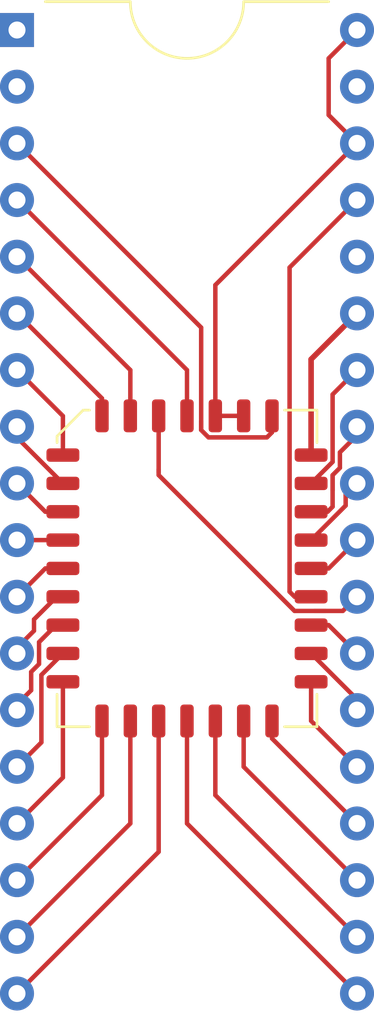
<source format=kicad_pcb>
(kicad_pcb (version 20171130) (host pcbnew 5.1.8)

  (general
    (thickness 1.6)
    (drawings 4)
    (tracks 112)
    (zones 0)
    (modules 2)
    (nets 36)
  )

  (page A4)
  (layers
    (0 F.Cu signal)
    (31 B.Cu signal hide)
    (32 B.Adhes user hide)
    (33 F.Adhes user hide)
    (34 B.Paste user hide)
    (35 F.Paste user hide)
    (36 B.SilkS user hide)
    (37 F.SilkS user)
    (38 B.Mask user hide)
    (39 F.Mask user)
    (40 Dwgs.User user hide)
    (41 Cmts.User user hide)
    (42 Eco1.User user hide)
    (43 Eco2.User user hide)
    (44 Edge.Cuts user hide)
    (45 Margin user)
    (46 B.CrtYd user hide)
    (47 F.CrtYd user hide)
    (48 B.Fab user hide)
    (49 F.Fab user hide)
  )

  (setup
    (last_trace_width 0.2)
    (user_trace_width 0.2)
    (user_trace_width 0.2032)
    (trace_clearance 0.127)
    (zone_clearance 0.508)
    (zone_45_only no)
    (trace_min 0.2)
    (via_size 0.8)
    (via_drill 0.4)
    (via_min_size 0.2)
    (via_min_drill 0.3)
    (uvia_size 0.3)
    (uvia_drill 0.1)
    (uvias_allowed no)
    (uvia_min_size 0.2)
    (uvia_min_drill 0.1)
    (edge_width 0.05)
    (segment_width 0.127)
    (pcb_text_width 0.3)
    (pcb_text_size 1.5 1.5)
    (mod_edge_width 0.12)
    (mod_text_size 1 1)
    (mod_text_width 0.15)
    (pad_size 1.524 1.524)
    (pad_drill 0.762)
    (pad_to_mask_clearance 0)
    (aux_axis_origin 0 0)
    (visible_elements FFF8B287)
    (pcbplotparams
      (layerselection 0x020a0_7fffffff)
      (usegerberextensions false)
      (usegerberattributes true)
      (usegerberadvancedattributes true)
      (creategerberjobfile true)
      (excludeedgelayer true)
      (linewidth 0.100000)
      (plotframeref false)
      (viasonmask false)
      (mode 1)
      (useauxorigin false)
      (hpglpennumber 1)
      (hpglpenspeed 20)
      (hpglpendiameter 15.000000)
      (psnegative false)
      (psa4output false)
      (plotreference true)
      (plotvalue true)
      (plotinvisibletext false)
      (padsonsilk false)
      (subtractmaskfromsilk false)
      (outputformat 1)
      (mirror false)
      (drillshape 0)
      (scaleselection 1)
      (outputdirectory "gerbers/"))
  )

  (net 0 "")
  (net 1 /+5V)
  (net 2 "Net-(U1-Pad35)")
  (net 3 /OE#)
  (net 4 "Net-(U1-Pad32)")
  (net 5 /A14)
  (net 6 /A13)
  (net 7 /A8)
  (net 8 /A11)
  (net 9 /A16)
  (net 10 /A10)
  (net 11 /CE#)
  (net 12 /D7)
  (net 13 /D6)
  (net 14 /D5)
  (net 15 /D4)
  (net 16 /D3)
  (net 17 /Gnd)
  (net 18 /D2)
  (net 19 /A0)
  (net 20 /A1)
  (net 21 /A2)
  (net 22 /A3)
  (net 23 /A4)
  (net 24 /A17)
  (net 25 /A9)
  (net 26 /D1)
  (net 27 /D0)
  (net 28 /A5)
  (net 29 /A6)
  (net 30 /A7)
  (net 31 /A12)
  (net 32 /A15)
  (net 33 /A18)
  (net 34 "Net-(U1-Pad2)")
  (net 35 "Net-(U1-Pad1)")

  (net_class Default "This is the default net class."
    (clearance 0.127)
    (trace_width 0.2)
    (via_dia 0.8)
    (via_drill 0.4)
    (uvia_dia 0.3)
    (uvia_drill 0.1)
    (add_net /+5V)
    (add_net /A0)
    (add_net /A1)
    (add_net /A10)
    (add_net /A11)
    (add_net /A12)
    (add_net /A13)
    (add_net /A14)
    (add_net /A15)
    (add_net /A16)
    (add_net /A17)
    (add_net /A18)
    (add_net /A2)
    (add_net /A3)
    (add_net /A4)
    (add_net /A5)
    (add_net /A6)
    (add_net /A7)
    (add_net /A8)
    (add_net /A9)
    (add_net /CE#)
    (add_net /D0)
    (add_net /D1)
    (add_net /D2)
    (add_net /D3)
    (add_net /D4)
    (add_net /D5)
    (add_net /D6)
    (add_net /D7)
    (add_net /Gnd)
    (add_net /OE#)
    (add_net "Net-(U1-Pad1)")
    (add_net "Net-(U1-Pad2)")
    (add_net "Net-(U1-Pad32)")
    (add_net "Net-(U1-Pad35)")
  )

  (net_class AllPCB ""
    (clearance 0.1524)
    (trace_width 0.2032)
    (via_dia 0.8)
    (via_drill 0.4)
    (uvia_dia 0.3)
    (uvia_drill 0.1)
  )

  (net_class JLCPCB ""
    (clearance 0.127)
    (trace_width 0.2)
    (via_dia 0.8)
    (via_drill 0.4)
    (uvia_dia 0.3)
    (uvia_drill 0.1)
  )

  (module Package_LCC:PLCC-32_11.4x14.0mm_P1.27mm (layer F.Cu) (tedit 5B298677) (tstamp 5FCA1E6A)
    (at 158.75 111.76)
    (descr "PLCC, 32 Pin (http://ww1.microchip.com/downloads/en/DeviceDoc/doc0015.pdf), generated with kicad-footprint-generator ipc_plcc_jLead_generator.py")
    (tags "PLCC LCC")
    (path /5FCA2D41)
    (attr smd)
    (fp_text reference U2 (at 0 -8.52) (layer F.SilkS) hide
      (effects (font (size 1 1) (thickness 0.15)))
    )
    (fp_text value MX29F040C (at 0 8.52) (layer F.Fab) hide
      (effects (font (size 1 1) (thickness 0.15)))
    )
    (fp_line (start -6.55 -5.63) (end -6.55 0) (layer F.CrtYd) (width 0.05))
    (fp_line (start -5.96 -5.63) (end -6.55 -5.63) (layer F.CrtYd) (width 0.05))
    (fp_line (start -5.96 -5.95) (end -5.96 -5.63) (layer F.CrtYd) (width 0.05))
    (fp_line (start -4.68 -7.23) (end -5.96 -5.95) (layer F.CrtYd) (width 0.05))
    (fp_line (start -4.36 -7.23) (end -4.68 -7.23) (layer F.CrtYd) (width 0.05))
    (fp_line (start -4.36 -7.82) (end -4.36 -7.23) (layer F.CrtYd) (width 0.05))
    (fp_line (start 0 -7.82) (end -4.36 -7.82) (layer F.CrtYd) (width 0.05))
    (fp_line (start 6.55 5.63) (end 6.55 0) (layer F.CrtYd) (width 0.05))
    (fp_line (start 5.96 5.63) (end 6.55 5.63) (layer F.CrtYd) (width 0.05))
    (fp_line (start 5.96 7.23) (end 5.96 5.63) (layer F.CrtYd) (width 0.05))
    (fp_line (start 4.36 7.23) (end 5.96 7.23) (layer F.CrtYd) (width 0.05))
    (fp_line (start 4.36 7.82) (end 4.36 7.23) (layer F.CrtYd) (width 0.05))
    (fp_line (start 0 7.82) (end 4.36 7.82) (layer F.CrtYd) (width 0.05))
    (fp_line (start -6.55 5.63) (end -6.55 0) (layer F.CrtYd) (width 0.05))
    (fp_line (start -5.96 5.63) (end -6.55 5.63) (layer F.CrtYd) (width 0.05))
    (fp_line (start -5.96 7.23) (end -5.96 5.63) (layer F.CrtYd) (width 0.05))
    (fp_line (start -4.36 7.23) (end -5.96 7.23) (layer F.CrtYd) (width 0.05))
    (fp_line (start -4.36 7.82) (end -4.36 7.23) (layer F.CrtYd) (width 0.05))
    (fp_line (start 0 7.82) (end -4.36 7.82) (layer F.CrtYd) (width 0.05))
    (fp_line (start 6.55 -5.63) (end 6.55 0) (layer F.CrtYd) (width 0.05))
    (fp_line (start 5.96 -5.63) (end 6.55 -5.63) (layer F.CrtYd) (width 0.05))
    (fp_line (start 5.96 -7.23) (end 5.96 -5.63) (layer F.CrtYd) (width 0.05))
    (fp_line (start 4.36 -7.23) (end 5.96 -7.23) (layer F.CrtYd) (width 0.05))
    (fp_line (start 4.36 -7.82) (end 4.36 -7.23) (layer F.CrtYd) (width 0.05))
    (fp_line (start 0 -7.82) (end 4.36 -7.82) (layer F.CrtYd) (width 0.05))
    (fp_line (start -0.5 -6.985) (end 0 -6.277893) (layer F.Fab) (width 0.1))
    (fp_line (start -4.575 -6.985) (end -0.5 -6.985) (layer F.Fab) (width 0.1))
    (fp_line (start -5.715 -5.845) (end -4.575 -6.985) (layer F.Fab) (width 0.1))
    (fp_line (start -5.715 6.985) (end -5.715 -5.845) (layer F.Fab) (width 0.1))
    (fp_line (start 5.715 6.985) (end -5.715 6.985) (layer F.Fab) (width 0.1))
    (fp_line (start 5.715 -6.985) (end 5.715 6.985) (layer F.Fab) (width 0.1))
    (fp_line (start 0.5 -6.985) (end 5.715 -6.985) (layer F.Fab) (width 0.1))
    (fp_line (start 0 -6.277893) (end 0.5 -6.985) (layer F.Fab) (width 0.1))
    (fp_line (start -5.825 -5.922782) (end -5.825 -5.64) (layer F.SilkS) (width 0.12))
    (fp_line (start -4.652782 -7.095) (end -5.825 -5.922782) (layer F.SilkS) (width 0.12))
    (fp_line (start -4.37 -7.095) (end -4.652782 -7.095) (layer F.SilkS) (width 0.12))
    (fp_line (start 5.825 7.095) (end 5.825 5.64) (layer F.SilkS) (width 0.12))
    (fp_line (start 4.37 7.095) (end 5.825 7.095) (layer F.SilkS) (width 0.12))
    (fp_line (start -5.825 7.095) (end -5.825 5.64) (layer F.SilkS) (width 0.12))
    (fp_line (start -4.37 7.095) (end -5.825 7.095) (layer F.SilkS) (width 0.12))
    (fp_line (start 5.825 -7.095) (end 5.825 -5.64) (layer F.SilkS) (width 0.12))
    (fp_line (start 4.37 -7.095) (end 5.825 -7.095) (layer F.SilkS) (width 0.12))
    (fp_text user %R (at 0 0) (layer F.Fab) hide
      (effects (font (size 1 1) (thickness 0.15)))
    )
    (pad 32 smd roundrect (at 1.27 -6.8375) (size 0.6 1.475) (layers F.Cu F.Paste F.Mask) (roundrect_rratio 0.25)
      (net 1 /+5V))
    (pad 31 smd roundrect (at 2.54 -6.8375) (size 0.6 1.475) (layers F.Cu F.Paste F.Mask) (roundrect_rratio 0.25)
      (net 1 /+5V))
    (pad 30 smd roundrect (at 3.81 -6.8375) (size 0.6 1.475) (layers F.Cu F.Paste F.Mask) (roundrect_rratio 0.25)
      (net 24 /A17))
    (pad 29 smd roundrect (at 5.5625 -5.08) (size 1.475 0.6) (layers F.Cu F.Paste F.Mask) (roundrect_rratio 0.25)
      (net 5 /A14))
    (pad 28 smd roundrect (at 5.5625 -3.81) (size 1.475 0.6) (layers F.Cu F.Paste F.Mask) (roundrect_rratio 0.25)
      (net 6 /A13))
    (pad 27 smd roundrect (at 5.5625 -2.54) (size 1.475 0.6) (layers F.Cu F.Paste F.Mask) (roundrect_rratio 0.25)
      (net 7 /A8))
    (pad 26 smd roundrect (at 5.5625 -1.27) (size 1.475 0.6) (layers F.Cu F.Paste F.Mask) (roundrect_rratio 0.25)
      (net 25 /A9))
    (pad 25 smd roundrect (at 5.5625 0) (size 1.475 0.6) (layers F.Cu F.Paste F.Mask) (roundrect_rratio 0.25)
      (net 8 /A11))
    (pad 24 smd roundrect (at 5.5625 1.27) (size 1.475 0.6) (layers F.Cu F.Paste F.Mask) (roundrect_rratio 0.25)
      (net 3 /OE#))
    (pad 23 smd roundrect (at 5.5625 2.54) (size 1.475 0.6) (layers F.Cu F.Paste F.Mask) (roundrect_rratio 0.25)
      (net 10 /A10))
    (pad 22 smd roundrect (at 5.5625 3.81) (size 1.475 0.6) (layers F.Cu F.Paste F.Mask) (roundrect_rratio 0.25)
      (net 11 /CE#))
    (pad 21 smd roundrect (at 5.5625 5.08) (size 1.475 0.6) (layers F.Cu F.Paste F.Mask) (roundrect_rratio 0.25)
      (net 12 /D7))
    (pad 20 smd roundrect (at 3.81 6.8375) (size 0.6 1.475) (layers F.Cu F.Paste F.Mask) (roundrect_rratio 0.25)
      (net 13 /D6))
    (pad 19 smd roundrect (at 2.54 6.8375) (size 0.6 1.475) (layers F.Cu F.Paste F.Mask) (roundrect_rratio 0.25)
      (net 14 /D5))
    (pad 18 smd roundrect (at 1.27 6.8375) (size 0.6 1.475) (layers F.Cu F.Paste F.Mask) (roundrect_rratio 0.25)
      (net 15 /D4))
    (pad 17 smd roundrect (at 0 6.8375) (size 0.6 1.475) (layers F.Cu F.Paste F.Mask) (roundrect_rratio 0.25)
      (net 16 /D3))
    (pad 16 smd roundrect (at -1.27 6.8375) (size 0.6 1.475) (layers F.Cu F.Paste F.Mask) (roundrect_rratio 0.25)
      (net 17 /Gnd))
    (pad 15 smd roundrect (at -2.54 6.8375) (size 0.6 1.475) (layers F.Cu F.Paste F.Mask) (roundrect_rratio 0.25)
      (net 18 /D2))
    (pad 14 smd roundrect (at -3.81 6.8375) (size 0.6 1.475) (layers F.Cu F.Paste F.Mask) (roundrect_rratio 0.25)
      (net 26 /D1))
    (pad 13 smd roundrect (at -5.5625 5.08) (size 1.475 0.6) (layers F.Cu F.Paste F.Mask) (roundrect_rratio 0.25)
      (net 27 /D0))
    (pad 12 smd roundrect (at -5.5625 3.81) (size 1.475 0.6) (layers F.Cu F.Paste F.Mask) (roundrect_rratio 0.25)
      (net 19 /A0))
    (pad 11 smd roundrect (at -5.5625 2.54) (size 1.475 0.6) (layers F.Cu F.Paste F.Mask) (roundrect_rratio 0.25)
      (net 20 /A1))
    (pad 10 smd roundrect (at -5.5625 1.27) (size 1.475 0.6) (layers F.Cu F.Paste F.Mask) (roundrect_rratio 0.25)
      (net 21 /A2))
    (pad 9 smd roundrect (at -5.5625 0) (size 1.475 0.6) (layers F.Cu F.Paste F.Mask) (roundrect_rratio 0.25)
      (net 22 /A3))
    (pad 8 smd roundrect (at -5.5625 -1.27) (size 1.475 0.6) (layers F.Cu F.Paste F.Mask) (roundrect_rratio 0.25)
      (net 23 /A4))
    (pad 7 smd roundrect (at -5.5625 -2.54) (size 1.475 0.6) (layers F.Cu F.Paste F.Mask) (roundrect_rratio 0.25)
      (net 28 /A5))
    (pad 6 smd roundrect (at -5.5625 -3.81) (size 1.475 0.6) (layers F.Cu F.Paste F.Mask) (roundrect_rratio 0.25)
      (net 29 /A6))
    (pad 5 smd roundrect (at -5.5625 -5.08) (size 1.475 0.6) (layers F.Cu F.Paste F.Mask) (roundrect_rratio 0.25)
      (net 30 /A7))
    (pad 4 smd roundrect (at -3.81 -6.8375) (size 0.6 1.475) (layers F.Cu F.Paste F.Mask) (roundrect_rratio 0.25)
      (net 31 /A12))
    (pad 3 smd roundrect (at -2.54 -6.8375) (size 0.6 1.475) (layers F.Cu F.Paste F.Mask) (roundrect_rratio 0.25)
      (net 32 /A15))
    (pad 2 smd roundrect (at -1.27 -6.8375) (size 0.6 1.475) (layers F.Cu F.Paste F.Mask) (roundrect_rratio 0.25)
      (net 9 /A16))
    (pad 1 smd roundrect (at 0 -6.8375) (size 0.6 1.475) (layers F.Cu F.Paste F.Mask) (roundrect_rratio 0.25)
      (net 33 /A18))
    (model ${KISYS3DMOD}/Package_LCC.3dshapes/PLCC-32_11.4x14.0mm_P1.27mm.wrl
      (at (xyz 0 0 0))
      (scale (xyz 1 1 1))
      (rotate (xyz 0 0 0))
    )
  )

  (module SNES-EEPROM:SNES_Mask_ROM (layer F.Cu) (tedit 5FC98B29) (tstamp 5FCA0F13)
    (at 158.75 109.22)
    (path /5FC9AA86)
    (fp_text reference U1 (at -5.08 21.59) (layer F.SilkS) hide
      (effects (font (size 1 1) (thickness 0.15)))
    )
    (fp_text value SNES_Mask_ROM (at 0 -19.05) (layer F.Fab)
      (effects (font (size 1 1) (thickness 0.15)))
    )
    (fp_line (start 2.54 -22.86) (end 6.35 -22.86) (layer F.SilkS) (width 0.12))
    (fp_line (start -6.35 -22.86) (end -2.54 -22.86) (layer F.SilkS) (width 0.12))
    (fp_arc (start 0 -22.86) (end -2.54 -22.86) (angle -180) (layer F.SilkS) (width 0.12))
    (pad 36 thru_hole circle (at 7.62 -21.59) (size 1.524 1.524) (drill 0.762) (layers *.Cu *.Mask)
      (net 1 /+5V))
    (pad 35 thru_hole circle (at 7.62 -19.05) (size 1.524 1.524) (drill 0.762) (layers *.Cu *.Mask)
      (net 2 "Net-(U1-Pad35)"))
    (pad 34 thru_hole circle (at 7.62 -16.51) (size 1.524 1.524) (drill 0.762) (layers *.Cu *.Mask)
      (net 1 /+5V))
    (pad 33 thru_hole circle (at 7.62 -13.97) (size 1.524 1.524) (drill 0.762) (layers *.Cu *.Mask)
      (net 3 /OE#))
    (pad 32 thru_hole circle (at 7.62 -11.43) (size 1.524 1.524) (drill 0.762) (layers *.Cu *.Mask)
      (net 4 "Net-(U1-Pad32)"))
    (pad 31 thru_hole circle (at 7.62 -8.89) (size 1.524 1.524) (drill 0.762) (layers *.Cu *.Mask)
      (net 5 /A14))
    (pad 30 thru_hole circle (at 7.62 -6.35) (size 1.524 1.524) (drill 0.762) (layers *.Cu *.Mask)
      (net 6 /A13))
    (pad 29 thru_hole circle (at 7.62 -3.81) (size 1.524 1.524) (drill 0.762) (layers *.Cu *.Mask)
      (net 7 /A8))
    (pad 28 thru_hole circle (at 7.62 -1.27) (size 1.524 1.524) (drill 0.762) (layers *.Cu *.Mask)
      (net 25 /A9))
    (pad 27 thru_hole circle (at 7.62 1.27) (size 1.524 1.524) (drill 0.762) (layers *.Cu *.Mask)
      (net 8 /A11))
    (pad 26 thru_hole circle (at 7.62 3.81) (size 1.524 1.524) (drill 0.762) (layers *.Cu *.Mask)
      (net 9 /A16))
    (pad 25 thru_hole circle (at 7.62 6.35) (size 1.524 1.524) (drill 0.762) (layers *.Cu *.Mask)
      (net 10 /A10))
    (pad 24 thru_hole circle (at 7.62 8.89) (size 1.524 1.524) (drill 0.762) (layers *.Cu *.Mask)
      (net 11 /CE#))
    (pad 23 thru_hole circle (at 7.62 11.43) (size 1.524 1.524) (drill 0.762) (layers *.Cu *.Mask)
      (net 12 /D7))
    (pad 22 thru_hole circle (at 7.62 13.97) (size 1.524 1.524) (drill 0.762) (layers *.Cu *.Mask)
      (net 13 /D6))
    (pad 21 thru_hole circle (at 7.62 16.51) (size 1.524 1.524) (drill 0.762) (layers *.Cu *.Mask)
      (net 14 /D5))
    (pad 20 thru_hole circle (at 7.62 19.05) (size 1.524 1.524) (drill 0.762) (layers *.Cu *.Mask)
      (net 15 /D4))
    (pad 19 thru_hole circle (at 7.62 21.59) (size 1.524 1.524) (drill 0.762) (layers *.Cu *.Mask)
      (net 16 /D3))
    (pad 18 thru_hole circle (at -7.62 21.59) (size 1.524 1.524) (drill 0.762) (layers *.Cu *.Mask)
      (net 17 /Gnd))
    (pad 17 thru_hole circle (at -7.62 19.05) (size 1.524 1.524) (drill 0.762) (layers *.Cu *.Mask)
      (net 18 /D2))
    (pad 16 thru_hole circle (at -7.62 16.51) (size 1.524 1.524) (drill 0.762) (layers *.Cu *.Mask)
      (net 26 /D1))
    (pad 15 thru_hole circle (at -7.62 13.97) (size 1.524 1.524) (drill 0.762) (layers *.Cu *.Mask)
      (net 27 /D0))
    (pad 14 thru_hole circle (at -7.62 11.43) (size 1.524 1.524) (drill 0.762) (layers *.Cu *.Mask)
      (net 19 /A0))
    (pad 13 thru_hole circle (at -7.62 8.89) (size 1.524 1.524) (drill 0.762) (layers *.Cu *.Mask)
      (net 20 /A1))
    (pad 12 thru_hole circle (at -7.62 6.35) (size 1.524 1.524) (drill 0.762) (layers *.Cu *.Mask)
      (net 21 /A2))
    (pad 11 thru_hole circle (at -7.62 3.81) (size 1.524 1.524) (drill 0.762) (layers *.Cu *.Mask)
      (net 22 /A3))
    (pad 10 thru_hole circle (at -7.62 1.27) (size 1.524 1.524) (drill 0.762) (layers *.Cu *.Mask)
      (net 23 /A4))
    (pad 9 thru_hole circle (at -7.62 -1.27) (size 1.524 1.524) (drill 0.762) (layers *.Cu *.Mask)
      (net 28 /A5))
    (pad 8 thru_hole circle (at -7.62 -3.81) (size 1.524 1.524) (drill 0.762) (layers *.Cu *.Mask)
      (net 29 /A6))
    (pad 7 thru_hole circle (at -7.62 -6.35) (size 1.524 1.524) (drill 0.762) (layers *.Cu *.Mask)
      (net 30 /A7))
    (pad 6 thru_hole circle (at -7.62 -8.89) (size 1.524 1.524) (drill 0.762) (layers *.Cu *.Mask)
      (net 31 /A12))
    (pad 5 thru_hole circle (at -7.62 -11.43) (size 1.524 1.524) (drill 0.762) (layers *.Cu *.Mask)
      (net 32 /A15))
    (pad 4 thru_hole circle (at -7.62 -13.97) (size 1.524 1.524) (drill 0.762) (layers *.Cu *.Mask)
      (net 33 /A18))
    (pad 3 thru_hole circle (at -7.62 -16.51) (size 1.524 1.524) (drill 0.762) (layers *.Cu *.Mask)
      (net 24 /A17))
    (pad 2 thru_hole circle (at -7.62 -19.05) (size 1.524 1.524) (drill 0.762) (layers *.Cu *.Mask)
      (net 34 "Net-(U1-Pad2)"))
    (pad 1 thru_hole rect (at -7.62 -21.59) (size 1.524 1.524) (drill 0.762) (layers *.Cu *.Mask)
      (net 35 "Net-(U1-Pad1)"))
  )

  (gr_line (start 166.37 86.36) (end 151.13 86.36) (layer Margin) (width 0.15) (tstamp 5FCA117F))
  (gr_line (start 166.37 132.08) (end 166.37 86.36) (layer Margin) (width 0.15))
  (gr_line (start 151.13 132.08) (end 166.37 132.08) (layer Margin) (width 0.15))
  (gr_line (start 151.13 86.36) (end 151.13 132.08) (layer Margin) (width 0.15))

  (segment (start 160.02 99.06) (end 166.37 92.71) (width 0.2) (layer F.Cu) (net 1) (status 20))
  (segment (start 160.02 104.9225) (end 160.02 99.06) (width 0.2) (layer F.Cu) (net 1) (status 10))
  (segment (start 166.37 87.63) (end 165.1 88.9) (width 0.2) (layer F.Cu) (net 1) (status 10))
  (segment (start 165.1 91.44) (end 166.37 92.71) (width 0.2) (layer F.Cu) (net 1) (status 20))
  (segment (start 165.1 88.9) (end 165.1 91.44) (width 0.2) (layer F.Cu) (net 1))
  (segment (start 161.29 104.9225) (end 160.02 104.9225) (width 0.2) (layer F.Cu) (net 1))
  (segment (start 163.34799 98.27201) (end 166.37 95.25) (width 0.2) (layer F.Cu) (net 3) (status 20))
  (segment (start 163.34799 112.80299) (end 163.34799 98.27201) (width 0.2) (layer F.Cu) (net 3))
  (segment (start 163.575 113.03) (end 163.34799 112.80299) (width 0.2) (layer F.Cu) (net 3) (status 10))
  (segment (start 164.3125 113.03) (end 163.575 113.03) (width 0.2) (layer F.Cu) (net 3) (status 30))
  (segment (start 164.3125 102.3875) (end 164.3125 106.68) (width 0.25) (layer F.Cu) (net 5) (status 20))
  (segment (start 166.37 100.33) (end 164.3125 102.3875) (width 0.25) (layer F.Cu) (net 5) (status 10))
  (segment (start 164.313174 107.95) (end 164.3125 107.95) (width 0.2) (layer F.Cu) (net 6) (status 30))
  (segment (start 165.27701 106.986164) (end 164.313174 107.95) (width 0.2) (layer F.Cu) (net 6) (status 20))
  (segment (start 165.27701 103.96299) (end 165.27701 106.986164) (width 0.2) (layer F.Cu) (net 6))
  (segment (start 166.37 102.87) (end 165.27701 103.96299) (width 0.2) (layer F.Cu) (net 6) (status 10))
  (segment (start 165.05 109.22) (end 164.3125 109.22) (width 0.2) (layer F.Cu) (net 7) (status 20))
  (segment (start 165.27701 108.99299) (end 165.05 109.22) (width 0.2) (layer F.Cu) (net 7))
  (segment (start 166.37 105.41) (end 166.37 105.791) (width 0.2) (layer F.Cu) (net 7) (status 30))
  (segment (start 165.60402 106.55698) (end 165.60402 107.252258) (width 0.2) (layer F.Cu) (net 7))
  (segment (start 165.27701 107.579268) (end 165.27701 108.25401) (width 0.2) (layer F.Cu) (net 7))
  (segment (start 166.37 105.791) (end 165.60402 106.55698) (width 0.2) (layer F.Cu) (net 7) (status 10))
  (segment (start 165.60402 107.252258) (end 165.27701 107.579268) (width 0.2) (layer F.Cu) (net 7))
  (segment (start 165.27701 108.25401) (end 165.27701 108.99299) (width 0.2) (layer F.Cu) (net 7))
  (segment (start 165.27701 107.58062) (end 165.27701 108.25401) (width 0.2) (layer F.Cu) (net 7))
  (segment (start 166.37 111.111768) (end 166.37 110.49) (width 0.25) (layer F.Cu) (net 8) (status 30))
  (segment (start 165.1 111.76) (end 166.37 110.49) (width 0.2) (layer F.Cu) (net 8) (status 20))
  (segment (start 164.3125 111.76) (end 165.1 111.76) (width 0.2) (layer F.Cu) (net 8) (status 10))
  (segment (start 166.37 113.03) (end 165.735 113.665) (width 0.2) (layer F.Cu) (net 9) (status 10))
  (segment (start 165.735 113.665) (end 164.465 113.665) (width 0.2) (layer F.Cu) (net 9))
  (segment (start 164.465 113.665) (end 163.568836 113.665) (width 0.2) (layer F.Cu) (net 9))
  (segment (start 164.973 113.665) (end 164.465 113.665) (width 0.2) (layer F.Cu) (net 9))
  (segment (start 157.48 107.576164) (end 157.48 107.315) (width 0.2) (layer F.Cu) (net 9))
  (segment (start 163.568836 113.665) (end 157.48 107.576164) (width 0.2) (layer F.Cu) (net 9))
  (segment (start 157.48 107.315) (end 157.48 104.9225) (width 0.2) (layer F.Cu) (net 9) (status 20))
  (segment (start 157.48 107.468174) (end 157.48 107.315) (width 0.2) (layer F.Cu) (net 9))
  (segment (start 165.1 114.3) (end 166.37 115.57) (width 0.2) (layer F.Cu) (net 10) (status 20))
  (segment (start 164.3125 114.3) (end 165.1 114.3) (width 0.2) (layer F.Cu) (net 10) (status 10))
  (segment (start 166.37 117.626826) (end 166.37 118.11) (width 0.2) (layer F.Cu) (net 11) (status 30))
  (segment (start 164.313174 115.57) (end 166.37 117.626826) (width 0.2) (layer F.Cu) (net 11) (status 30))
  (segment (start 164.3125 115.57) (end 164.313174 115.57) (width 0.2) (layer F.Cu) (net 11) (status 30))
  (segment (start 164.3125 118.5925) (end 164.3125 116.84) (width 0.2) (layer F.Cu) (net 12))
  (segment (start 166.37 120.65) (end 164.3125 118.5925) (width 0.2) (layer F.Cu) (net 12))
  (segment (start 162.56 119.38) (end 162.56 118.5975) (width 0.2) (layer F.Cu) (net 13))
  (segment (start 166.37 123.19) (end 162.56 119.38) (width 0.2) (layer F.Cu) (net 13))
  (segment (start 161.29 120.65) (end 161.29 118.5975) (width 0.2) (layer F.Cu) (net 14))
  (segment (start 166.37 125.73) (end 161.29 120.65) (width 0.2) (layer F.Cu) (net 14))
  (segment (start 160.02 121.92) (end 160.02 118.5975) (width 0.2) (layer F.Cu) (net 15))
  (segment (start 166.37 128.27) (end 160.02 121.92) (width 0.2) (layer F.Cu) (net 15))
  (segment (start 158.75 123.19) (end 158.75 118.5975) (width 0.2) (layer F.Cu) (net 16))
  (segment (start 166.37 130.81) (end 158.75 123.19) (width 0.2) (layer F.Cu) (net 16))
  (segment (start 157.48 124.46) (end 157.48 118.5975) (width 0.2) (layer F.Cu) (net 17))
  (segment (start 151.13 130.81) (end 157.48 124.46) (width 0.2) (layer F.Cu) (net 17))
  (segment (start 156.21 119.18763) (end 156.21 118.5975) (width 0.2) (layer F.Cu) (net 18) (status 30))
  (segment (start 156.21 123.19) (end 156.21 118.5975) (width 0.2) (layer F.Cu) (net 18))
  (segment (start 151.13 128.27) (end 156.21 123.19) (width 0.2) (layer F.Cu) (net 18))
  (segment (start 153.1875 115.57) (end 153.048232 115.57) (width 0.25) (layer F.Cu) (net 19) (status 30))
  (segment (start 152.22299 116.533836) (end 152.551826 116.205) (width 0.2) (layer F.Cu) (net 19))
  (segment (start 152.22299 119.55701) (end 152.22299 116.533836) (width 0.2) (layer F.Cu) (net 19))
  (segment (start 151.13 120.65) (end 152.22299 119.55701) (width 0.2) (layer F.Cu) (net 19))
  (segment (start 152.5525 116.205) (end 153.1875 115.57) (width 0.2) (layer F.Cu) (net 19))
  (segment (start 152.551826 116.205) (end 152.5525 116.205) (width 0.2) (layer F.Cu) (net 19))
  (segment (start 151.13 117.488232) (end 151.13 118.11) (width 0.25) (layer F.Cu) (net 20) (status 30))
  (segment (start 152.881001 114.3) (end 153.1875 114.3) (width 0.2) (layer F.Cu) (net 20) (status 30))
  (segment (start 152.119001 115.061999) (end 152.323 114.858) (width 0.2) (layer F.Cu) (net 20))
  (segment (start 152.323 114.858) (end 152.881001 114.3) (width 0.2) (layer F.Cu) (net 20) (status 20))
  (segment (start 152.119001 115.062) (end 152.323 114.858) (width 0.2) (layer F.Cu) (net 20))
  (segment (start 152.119001 116.043369) (end 152.119001 115.062) (width 0.2) (layer F.Cu) (net 20))
  (segment (start 151.13 118.11) (end 151.13 117.856) (width 0.2) (layer F.Cu) (net 20))
  (segment (start 151.13 117.856) (end 151.765 117.221) (width 0.2) (layer F.Cu) (net 20))
  (segment (start 151.765 116.39737) (end 152.119001 116.043369) (width 0.2) (layer F.Cu) (net 20))
  (segment (start 151.765 117.221) (end 151.765 116.39737) (width 0.2) (layer F.Cu) (net 20))
  (segment (start 153.162 113.03) (end 153.1875 113.03) (width 0.2) (layer F.Cu) (net 21) (status 30))
  (segment (start 151.13 115.57) (end 151.13 115.062) (width 0.2) (layer F.Cu) (net 21) (status 30))
  (segment (start 153.186826 113.03) (end 153.1875 113.03) (width 0.2) (layer F.Cu) (net 21))
  (segment (start 152.908 113.03) (end 153.1875 113.03) (width 0.2) (layer F.Cu) (net 21))
  (segment (start 151.892 114.046) (end 152.908 113.03) (width 0.2) (layer F.Cu) (net 21))
  (segment (start 151.892 114.554) (end 151.892 114.046) (width 0.2) (layer F.Cu) (net 21))
  (segment (start 151.13 115.316) (end 151.892 114.554) (width 0.2) (layer F.Cu) (net 21))
  (segment (start 151.13 115.57) (end 151.13 115.316) (width 0.2) (layer F.Cu) (net 21))
  (segment (start 152.4 111.76) (end 153.1875 111.76) (width 0.2) (layer F.Cu) (net 22) (status 20))
  (segment (start 151.13 113.03) (end 152.4 111.76) (width 0.2) (layer F.Cu) (net 22) (status 10))
  (segment (start 151.13 110.49) (end 153.1875 110.49) (width 0.2) (layer F.Cu) (net 23) (status 30))
  (segment (start 162.33299 105.88701) (end 159.713836 105.88701) (width 0.2) (layer F.Cu) (net 24))
  (segment (start 162.56 105.66) (end 162.33299 105.88701) (width 0.2) (layer F.Cu) (net 24))
  (segment (start 162.56 104.9225) (end 162.56 105.66) (width 0.2) (layer F.Cu) (net 24) (status 10))
  (segment (start 159.385 105.558174) (end 159.385 105.156) (width 0.2) (layer F.Cu) (net 24))
  (segment (start 159.713836 105.88701) (end 159.385 105.558174) (width 0.2) (layer F.Cu) (net 24))
  (segment (start 159.385 105.55601) (end 159.385 105.156) (width 0.2) (layer F.Cu) (net 24))
  (segment (start 159.385 100.965) (end 151.13 92.71) (width 0.2) (layer F.Cu) (net 24) (status 20))
  (segment (start 159.385 105.156) (end 159.385 100.965) (width 0.2) (layer F.Cu) (net 24))
  (segment (start 164.313174 110.49) (end 165.862 108.941174) (width 0.2) (layer F.Cu) (net 25))
  (segment (start 164.3125 110.49) (end 164.313174 110.49) (width 0.2) (layer F.Cu) (net 25))
  (segment (start 165.862 108.458) (end 166.37 107.95) (width 0.2) (layer F.Cu) (net 25))
  (segment (start 165.862 108.941174) (end 165.862 108.458) (width 0.2) (layer F.Cu) (net 25))
  (segment (start 154.94 121.92) (end 154.94 118.5975) (width 0.2) (layer F.Cu) (net 26))
  (segment (start 151.13 125.73) (end 154.94 121.92) (width 0.2) (layer F.Cu) (net 26))
  (segment (start 153.1875 121.1325) (end 153.1875 116.84) (width 0.2) (layer F.Cu) (net 27))
  (segment (start 151.13 123.19) (end 153.1875 121.1325) (width 0.2) (layer F.Cu) (net 27))
  (segment (start 152.4 109.22) (end 151.13 107.95) (width 0.2) (layer F.Cu) (net 28) (status 20))
  (segment (start 153.1875 109.22) (end 152.4 109.22) (width 0.2) (layer F.Cu) (net 28) (status 10))
  (segment (start 151.13 105.893174) (end 151.13 105.41) (width 0.2) (layer F.Cu) (net 29) (status 30))
  (segment (start 153.186826 107.95) (end 151.13 105.893174) (width 0.2) (layer F.Cu) (net 29) (status 30))
  (segment (start 153.1875 107.95) (end 153.186826 107.95) (width 0.2) (layer F.Cu) (net 29) (status 30))
  (segment (start 153.1875 104.9275) (end 151.13 102.87) (width 0.2) (layer F.Cu) (net 30) (status 20))
  (segment (start 153.1875 106.68) (end 153.1875 104.9275) (width 0.2) (layer F.Cu) (net 30) (status 10))
  (segment (start 154.94 104.14) (end 151.13 100.33) (width 0.2) (layer F.Cu) (net 31) (status 20))
  (segment (start 154.94 104.9225) (end 154.94 104.14) (width 0.2) (layer F.Cu) (net 31) (status 10))
  (segment (start 156.21 102.87) (end 151.13 97.79) (width 0.2) (layer F.Cu) (net 32) (status 20))
  (segment (start 156.21 104.9225) (end 156.21 102.87) (width 0.2) (layer F.Cu) (net 32) (status 10))
  (segment (start 158.75 102.87) (end 151.13 95.25) (width 0.2) (layer F.Cu) (net 33) (status 20))
  (segment (start 158.75 104.9225) (end 158.75 102.87) (width 0.2) (layer F.Cu) (net 33) (status 10))

)

</source>
